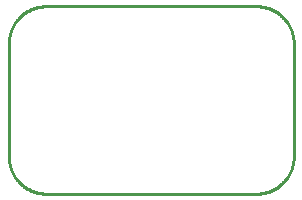
<source format=gko>
G75*
%MOIN*%
%OFA0B0*%
%FSLAX25Y25*%
%IPPOS*%
%LPD*%
%AMOC8*
5,1,8,0,0,1.08239X$1,22.5*
%
%ADD10C,0.01000*%
D10*
X0014000Y0001500D02*
X0084000Y0001500D01*
X0084302Y0001504D01*
X0084604Y0001515D01*
X0084905Y0001533D01*
X0085206Y0001558D01*
X0085507Y0001591D01*
X0085806Y0001631D01*
X0086104Y0001678D01*
X0086402Y0001733D01*
X0086697Y0001794D01*
X0086991Y0001863D01*
X0087284Y0001939D01*
X0087574Y0002022D01*
X0087863Y0002112D01*
X0088149Y0002209D01*
X0088433Y0002312D01*
X0088714Y0002423D01*
X0088992Y0002540D01*
X0089268Y0002664D01*
X0089540Y0002795D01*
X0089809Y0002932D01*
X0090075Y0003075D01*
X0090337Y0003225D01*
X0090596Y0003382D01*
X0090850Y0003544D01*
X0091101Y0003713D01*
X0091347Y0003887D01*
X0091590Y0004068D01*
X0091827Y0004254D01*
X0092061Y0004446D01*
X0092289Y0004644D01*
X0092513Y0004847D01*
X0092731Y0005055D01*
X0092945Y0005269D01*
X0093153Y0005487D01*
X0093356Y0005711D01*
X0093554Y0005939D01*
X0093746Y0006173D01*
X0093932Y0006410D01*
X0094113Y0006653D01*
X0094287Y0006899D01*
X0094456Y0007150D01*
X0094618Y0007404D01*
X0094775Y0007663D01*
X0094925Y0007925D01*
X0095068Y0008191D01*
X0095205Y0008460D01*
X0095336Y0008732D01*
X0095460Y0009008D01*
X0095577Y0009286D01*
X0095688Y0009567D01*
X0095791Y0009851D01*
X0095888Y0010137D01*
X0095978Y0010426D01*
X0096061Y0010716D01*
X0096137Y0011009D01*
X0096206Y0011303D01*
X0096267Y0011598D01*
X0096322Y0011896D01*
X0096369Y0012194D01*
X0096409Y0012493D01*
X0096442Y0012794D01*
X0096467Y0013095D01*
X0096485Y0013396D01*
X0096496Y0013698D01*
X0096500Y0014000D01*
X0096500Y0051500D01*
X0096496Y0051802D01*
X0096485Y0052104D01*
X0096467Y0052405D01*
X0096442Y0052706D01*
X0096409Y0053007D01*
X0096369Y0053306D01*
X0096322Y0053604D01*
X0096267Y0053902D01*
X0096206Y0054197D01*
X0096137Y0054491D01*
X0096061Y0054784D01*
X0095978Y0055074D01*
X0095888Y0055363D01*
X0095791Y0055649D01*
X0095688Y0055933D01*
X0095577Y0056214D01*
X0095460Y0056492D01*
X0095336Y0056768D01*
X0095205Y0057040D01*
X0095068Y0057309D01*
X0094925Y0057575D01*
X0094775Y0057837D01*
X0094618Y0058096D01*
X0094456Y0058350D01*
X0094287Y0058601D01*
X0094113Y0058847D01*
X0093932Y0059090D01*
X0093746Y0059327D01*
X0093554Y0059561D01*
X0093356Y0059789D01*
X0093153Y0060013D01*
X0092945Y0060231D01*
X0092731Y0060445D01*
X0092513Y0060653D01*
X0092289Y0060856D01*
X0092061Y0061054D01*
X0091827Y0061246D01*
X0091590Y0061432D01*
X0091347Y0061613D01*
X0091101Y0061787D01*
X0090850Y0061956D01*
X0090596Y0062118D01*
X0090337Y0062275D01*
X0090075Y0062425D01*
X0089809Y0062568D01*
X0089540Y0062705D01*
X0089268Y0062836D01*
X0088992Y0062960D01*
X0088714Y0063077D01*
X0088433Y0063188D01*
X0088149Y0063291D01*
X0087863Y0063388D01*
X0087574Y0063478D01*
X0087284Y0063561D01*
X0086991Y0063637D01*
X0086697Y0063706D01*
X0086402Y0063767D01*
X0086104Y0063822D01*
X0085806Y0063869D01*
X0085507Y0063909D01*
X0085206Y0063942D01*
X0084905Y0063967D01*
X0084604Y0063985D01*
X0084302Y0063996D01*
X0084000Y0064000D01*
X0014000Y0064000D01*
X0013698Y0063996D01*
X0013396Y0063985D01*
X0013095Y0063967D01*
X0012794Y0063942D01*
X0012493Y0063909D01*
X0012194Y0063869D01*
X0011896Y0063822D01*
X0011598Y0063767D01*
X0011303Y0063706D01*
X0011009Y0063637D01*
X0010716Y0063561D01*
X0010426Y0063478D01*
X0010137Y0063388D01*
X0009851Y0063291D01*
X0009567Y0063188D01*
X0009286Y0063077D01*
X0009008Y0062960D01*
X0008732Y0062836D01*
X0008460Y0062705D01*
X0008191Y0062568D01*
X0007925Y0062425D01*
X0007663Y0062275D01*
X0007404Y0062118D01*
X0007150Y0061956D01*
X0006899Y0061787D01*
X0006653Y0061613D01*
X0006410Y0061432D01*
X0006173Y0061246D01*
X0005939Y0061054D01*
X0005711Y0060856D01*
X0005487Y0060653D01*
X0005269Y0060445D01*
X0005055Y0060231D01*
X0004847Y0060013D01*
X0004644Y0059789D01*
X0004446Y0059561D01*
X0004254Y0059327D01*
X0004068Y0059090D01*
X0003887Y0058847D01*
X0003713Y0058601D01*
X0003544Y0058350D01*
X0003382Y0058096D01*
X0003225Y0057837D01*
X0003075Y0057575D01*
X0002932Y0057309D01*
X0002795Y0057040D01*
X0002664Y0056768D01*
X0002540Y0056492D01*
X0002423Y0056214D01*
X0002312Y0055933D01*
X0002209Y0055649D01*
X0002112Y0055363D01*
X0002022Y0055074D01*
X0001939Y0054784D01*
X0001863Y0054491D01*
X0001794Y0054197D01*
X0001733Y0053902D01*
X0001678Y0053604D01*
X0001631Y0053306D01*
X0001591Y0053007D01*
X0001558Y0052706D01*
X0001533Y0052405D01*
X0001515Y0052104D01*
X0001504Y0051802D01*
X0001500Y0051500D01*
X0001500Y0014000D01*
X0001504Y0013698D01*
X0001515Y0013396D01*
X0001533Y0013095D01*
X0001558Y0012794D01*
X0001591Y0012493D01*
X0001631Y0012194D01*
X0001678Y0011896D01*
X0001733Y0011598D01*
X0001794Y0011303D01*
X0001863Y0011009D01*
X0001939Y0010716D01*
X0002022Y0010426D01*
X0002112Y0010137D01*
X0002209Y0009851D01*
X0002312Y0009567D01*
X0002423Y0009286D01*
X0002540Y0009008D01*
X0002664Y0008732D01*
X0002795Y0008460D01*
X0002932Y0008191D01*
X0003075Y0007925D01*
X0003225Y0007663D01*
X0003382Y0007404D01*
X0003544Y0007150D01*
X0003713Y0006899D01*
X0003887Y0006653D01*
X0004068Y0006410D01*
X0004254Y0006173D01*
X0004446Y0005939D01*
X0004644Y0005711D01*
X0004847Y0005487D01*
X0005055Y0005269D01*
X0005269Y0005055D01*
X0005487Y0004847D01*
X0005711Y0004644D01*
X0005939Y0004446D01*
X0006173Y0004254D01*
X0006410Y0004068D01*
X0006653Y0003887D01*
X0006899Y0003713D01*
X0007150Y0003544D01*
X0007404Y0003382D01*
X0007663Y0003225D01*
X0007925Y0003075D01*
X0008191Y0002932D01*
X0008460Y0002795D01*
X0008732Y0002664D01*
X0009008Y0002540D01*
X0009286Y0002423D01*
X0009567Y0002312D01*
X0009851Y0002209D01*
X0010137Y0002112D01*
X0010426Y0002022D01*
X0010716Y0001939D01*
X0011009Y0001863D01*
X0011303Y0001794D01*
X0011598Y0001733D01*
X0011896Y0001678D01*
X0012194Y0001631D01*
X0012493Y0001591D01*
X0012794Y0001558D01*
X0013095Y0001533D01*
X0013396Y0001515D01*
X0013698Y0001504D01*
X0014000Y0001500D01*
M02*

</source>
